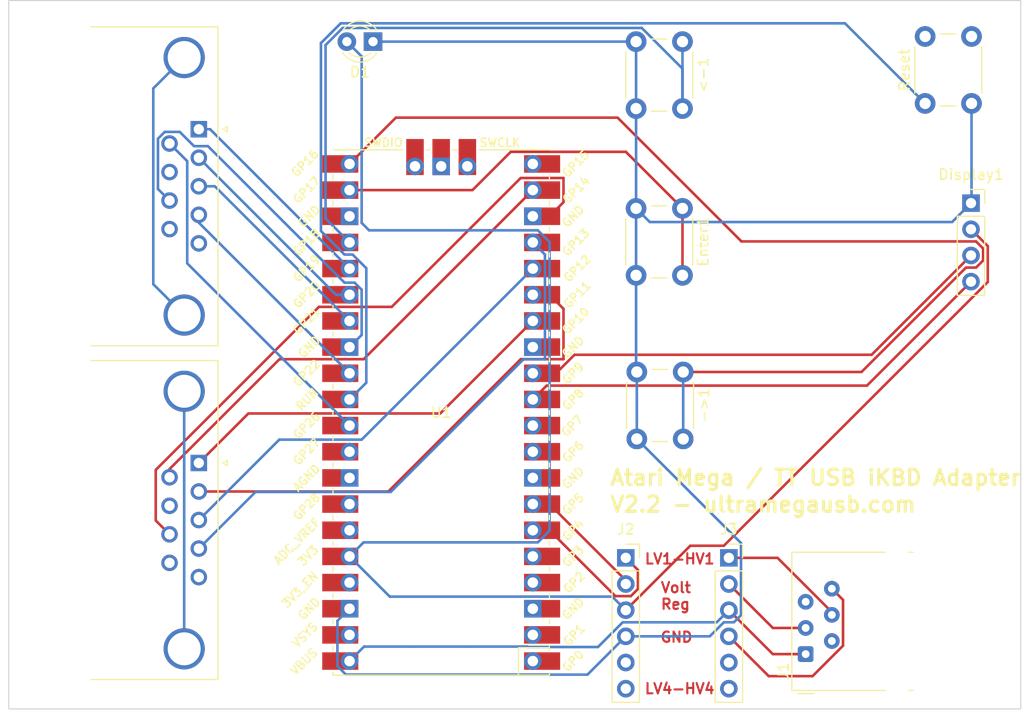
<source format=kicad_pcb>
(kicad_pcb (version 20241229) (generator "pcbnew") (generator_version "9.0")
  (title_block (title "Atari Mega ST / STE Keyboard Adapter") (date "2026-01-01") (rev "2.2") (company "Atari Forever"))
  (layers (0 "F.Cu" signal) (2 "B.Cu" signal) (13 "F.Paste" user) (15 "B.Paste" user) (5 "F.SilkS" user "F.Silkscreen") (7 "B.SilkS" user "B.Silkscreen") (1 "F.Mask" user) (3 "B.Mask" user) (25 "Edge.Cuts" user))
  (net 0 "")
  (net 3 "Net-(D1-K)")
  (net 4 "Net-(D1-A)")
  (net 5 "Net-(Display1-Pin_3)")
  (net 6 "Net-(Display1-Pin_4)")
  (net 7 "Net-(J3-Pin_3)")
  (net 8 "Net-(J3-Pin_2)")
  (net 9 "Net-(J3-Pin_1)")
  (net 10 "Net-(J3-Pin_4)")
  (net 11 "Net-(J2-Pin_1)")
  (net 12 "Net-(J2-Pin_2)")
  (net 16 "unconnected-(Joystick0-PAD-Pad0)")
  (net 17 "Net-(U1-GPIO19)")
  (net 18 "Net-(U1-GPIO20)")
  (net 19 "Net-(U1-GPIO21)")
  (net 20 "Net-(U1-GPIO22)")
  (net 24 "Net-(U1-GPIO10)")
  (net 25 "Net-(U1-GPIO18)")
  (net 26 "Net-(U1-GPIO17)")
  (net 28 "Net-(U1-GPIO16)")
  (net 29 "Net-(U1-GPIO26_ADC0)")
  (net 31 "Net-(Joystick0-Pad8)")
  (net 33 "unconnected-(Joystick1-PAD-Pad0)")
  (net 34 "Net-(U1-RUN)")
  (net 35 "Net-(U1-GPIO11)")
  (net 40 "Net-(U1-GPIO12)")
  (net 42 "Net-(U1-GPIO13)")
  (net 47 "Net-(U1-GPIO14)")
  (net 49 "Net-(Joystick1-Pad8)")
  (footprint "Connector_Dsub:DSUB-9_Male_Horizontal_P2.77x2.84mm_EdgePinOffset7.70mm_Housed_MountingHolesOffset9.12mm" (layer "F.Cu") (at 111.84 72.505 -90)
    (property "Reference" "Joystick0" (hide yes))
    (property "Value" "DE9_Receptacle_MountingHoles")
    (fp_line (start -9.945 10.48) (end -9.945 -1.86) (stroke (width 0.12)) (layer "F.SilkS"))
    (fp_line (start -9.945 -1.86) (end 21.025 -1.86) (stroke (width 0.12)) (layer "F.SilkS"))
    (fp_line (start 21.025 -1.86) (end 21.025 10.48) (stroke (width 0.12)) (layer "F.SilkS"))
    (fp_line (start 0 -2.321325) (end -0.25 -2.754338) (stroke (width 0.12)) (layer "F.SilkS"))
    (fp_line (start -0.25 -2.754338) (end 0.25 -2.754338) (stroke (width 0.12)) (layer "F.SilkS"))
    (fp_line (start 0.25 -2.754338) (end 0 -2.321325) (stroke (width 0.12)) (layer "F.SilkS"))
    (pad "0" thru_hole circle (at -6.96 1.42 270) (size 4 4) (drill 3.2) (layers "*.Cu" "*.Mask") (net 16 "unconnected-(Joystick0-PAD-Pad0)"))
    (pad "0" thru_hole circle (at 18.04 1.42 270) (size 4 4) (drill 3.2) (layers "*.Cu" "*.Mask") (net 16 "unconnected-(Joystick0-PAD-Pad0)"))
    (pad "1" thru_hole rect (at 0 0 270) (size 1.6 1.6) (drill 1) (layers "*.Cu" "*.Mask") (net 17 "Net-(U1-GPIO19)"))
    (pad "2" thru_hole circle (at 2.77 0 270) (size 1.6 1.6) (drill 1) (layers "*.Cu" "*.Mask") (net 18 "Net-(U1-GPIO20)"))
    (pad "3" thru_hole circle (at 5.54 0 270) (size 1.6 1.6) (drill 1) (layers "*.Cu" "*.Mask") (net 19 "Net-(U1-GPIO21)"))
    (pad "4" thru_hole circle (at 8.31 0 270) (size 1.6 1.6) (drill 1) (layers "*.Cu" "*.Mask") (net 20 "Net-(U1-GPIO22)"))
    (pad "5" thru_hole circle (at 11.08 0 270) (size 1.6 1.6) (drill 1) (layers "*.Cu" "*.Mask"))
    (pad "6" thru_hole circle (at 1.385 2.84 270) (size 1.6 1.6) (drill 1) (layers "*.Cu" "*.Mask") (net 29 "Net-(U1-GPIO26_ADC0)"))
    (pad "7" thru_hole circle (at 4.155 2.84 270) (size 1.6 1.6) (drill 1) (layers "*.Cu" "*.Mask"))
    (pad "8" thru_hole circle (at 6.925 2.84 270) (size 1.6 1.6) (drill 1) (layers "*.Cu" "*.Mask") (net 31 "Net-(Joystick0-Pad8)"))
    (pad "9" thru_hole circle (at 9.695 2.84 270) (size 1.6 1.6) (drill 1) (layers "*.Cu" "*.Mask"))
  )
  (footprint "Button_Switch_THT:SW_PUSH_6mm" (layer "F.Cu") (at 158.76 80.19 -90)
    (property "Reference" "Enter1" (at 3.25 -2 90) (layer "F.SilkS"))
    (property "Value" "SW_Enter")
    (fp_line (start 1 5.5) (end 5.5 5.5) (stroke (width 0.12)) (layer "F.SilkS"))
    (fp_line (start 6.75 3) (end 6.75 1.5) (stroke (width 0.12)) (layer "F.SilkS"))
    (fp_line (start -0.25 1.5) (end -0.25 3) (stroke (width 0.12)) (layer "F.SilkS"))
    (fp_line (start 5.5 -1) (end 1 -1) (stroke (width 0.12)) (layer "F.SilkS"))
    (pad "1" thru_hole circle (at 0 0) (size 2 2) (drill 1.1) (layers "*.Cu" "*.Mask") (net 26 "Net-(U1-GPIO17)"))
    (pad "1" thru_hole circle (at 6.5 0) (size 2 2) (drill 1.1) (layers "*.Cu" "*.Mask") (net 26 "Net-(U1-GPIO17)"))
    (pad "2" thru_hole circle (at 0 4.5) (size 2 2) (drill 1.1) (layers "*.Cu" "*.Mask") (net 3 "Net-(D1-K)"))
    (pad "2" thru_hole circle (at 6.5 4.5) (size 2 2) (drill 1.1) (layers "*.Cu" "*.Mask") (net 3 "Net-(D1-K)"))
  )
  (footprint "Button_Switch_THT:SW_PUSH_6mm" (layer "F.Cu") (at 182.3 70 90)
    (property "Reference" "Reset" (at 3.25 -2 90) (layer "F.SilkS"))
    (property "Value" "SW_Reset")
    (fp_line (start 5.5 -1) (end 1 -1) (stroke (width 0.12)) (layer "F.SilkS"))
    (fp_line (start -0.25 1.5) (end -0.25 3) (stroke (width 0.12)) (layer "F.SilkS"))
    (fp_line (start 6.75 3) (end 6.75 1.5) (stroke (width 0.12)) (layer "F.SilkS"))
    (fp_line (start 1 5.5) (end 5.5 5.5) (stroke (width 0.12)) (layer "F.SilkS"))
    (pad "1" thru_hole circle (at 0 0 180) (size 2 2) (drill 1.1) (layers "*.Cu" "*.Mask") (net 34 "Net-(U1-RUN)"))
    (pad "1" thru_hole circle (at 6.5 0 180) (size 2 2) (drill 1.1) (layers "*.Cu" "*.Mask") (net 34 "Net-(U1-RUN)"))
    (pad "2" thru_hole circle (at 0 4.5 180) (size 2 2) (drill 1.1) (layers "*.Cu" "*.Mask") (net 3 "Net-(D1-K)"))
    (pad "2" thru_hole circle (at 6.5 4.5 180) (size 2 2) (drill 1.1) (layers "*.Cu" "*.Mask") (net 3 "Net-(D1-K)"))
  )
  (footprint "Connector_PinSocket_2.54mm:PinSocket_1x06_P2.54mm_Vertical" (layer "F.Cu") (at 163.26 114.114812)
    (property "Reference" "J3" (at 0 -2.77 0) (layer "F.SilkS"))
    (property "Value" "Conn_01x06_MountingPin")
    (fp_line (start -1.33 1.27) (end -1.33 14.03) (stroke (width 0.12)) (layer "F.SilkS"))
    (fp_line (start -1.33 1.27) (end 1.33 1.27) (stroke (width 0.12)) (layer "F.SilkS"))
    (fp_line (start -1.33 14.03) (end 1.33 14.03) (stroke (width 0.12)) (layer "F.SilkS"))
    (fp_line (start 0 -1.33) (end 1.33 -1.33) (stroke (width 0.12)) (layer "F.SilkS"))
    (fp_line (start 1.33 -1.33) (end 1.33 0) (stroke (width 0.12)) (layer "F.SilkS"))
    (fp_line (start 1.33 1.27) (end 1.33 14.03) (stroke (width 0.12)) (layer "F.SilkS"))
    (pad "1" thru_hole rect (at 0 0) (size 1.7 1.7) (drill 1) (layers "*.Cu" "*.Mask") (net 9 "Net-(J3-Pin_1)"))
    (pad "2" thru_hole circle (at 0 2.54) (size 1.7 1.7) (drill 1) (layers "*.Cu" "*.Mask") (net 8 "Net-(J3-Pin_2)"))
    (pad "3" thru_hole circle (at 0 5.08) (size 1.7 1.7) (drill 1) (layers "*.Cu" "*.Mask") (net 7 "Net-(J3-Pin_3)"))
    (pad "4" thru_hole circle (at 0 7.62) (size 1.7 1.7) (drill 1) (layers "*.Cu" "*.Mask") (net 10 "Net-(J3-Pin_4)"))
    (pad "5" thru_hole circle (at 0 10.16) (size 1.7 1.7) (drill 1) (layers "*.Cu" "*.Mask"))
    (pad "6" thru_hole circle (at 0 12.7) (size 1.7 1.7) (drill 1) (layers "*.Cu" "*.Mask"))
  )
  (footprint "Connector_PinSocket_2.54mm:PinSocket_1x04_P2.54mm_Vertical" (layer "F.Cu") (at 186.75 79.68)
    (property "Reference" "Display1" (at 0 -2.77 0) (layer "F.SilkS"))
    (property "Value" "Conn_01x04_MountingPin" (hide yes))
    (fp_line (start -1.33 1.27) (end -1.33 8.95) (stroke (width 0.12)) (layer "F.SilkS"))
    (fp_line (start -1.33 1.27) (end 1.33 1.27) (stroke (width 0.12)) (layer "F.SilkS"))
    (fp_line (start -1.33 8.95) (end 1.33 8.95) (stroke (width 0.12)) (layer "F.SilkS"))
    (fp_line (start 0 -1.33) (end 1.33 -1.33) (stroke (width 0.12)) (layer "F.SilkS"))
    (fp_line (start 1.33 -1.33) (end 1.33 0) (stroke (width 0.12)) (layer "F.SilkS"))
    (fp_line (start 1.33 1.27) (end 1.33 8.95) (stroke (width 0.12)) (layer "F.SilkS"))
    (pad "1" thru_hole rect (at 0 0) (size 1.7 1.7) (drill 1) (layers "*.Cu" "*.Mask") (net 3 "Net-(D1-K)"))
    (pad "2" thru_hole oval (at 0 2.54) (size 1.7 1.7) (drill 1) (layers "*.Cu" "*.Mask") (net 4 "Net-(D1-A)"))
    (pad "3" thru_hole oval (at 0 5.08) (size 1.7 1.7) (drill 1) (layers "*.Cu" "*.Mask") (net 5 "Net-(Display1-Pin_3)"))
    (pad "4" thru_hole oval (at 0 7.62) (size 1.7 1.7) (drill 1) (layers "*.Cu" "*.Mask") (net 6 "Net-(Display1-Pin_4)"))
  )
  (footprint "Connector_PinSocket_2.54mm:PinSocket_1x06_P2.54mm_Vertical" (layer "F.Cu") (at 153.26 114.114812)
    (property "Reference" "J2" (at 0 -2.77 0) (layer "F.SilkS"))
    (property "Value" "Conn_01x06_MountingPin")
    (fp_line (start -1.33 1.27) (end -1.33 14.03) (stroke (width 0.12)) (layer "F.SilkS"))
    (fp_line (start -1.33 1.27) (end 1.33 1.27) (stroke (width 0.12)) (layer "F.SilkS"))
    (fp_line (start -1.33 14.03) (end 1.33 14.03) (stroke (width 0.12)) (layer "F.SilkS"))
    (fp_line (start 0 -1.33) (end 1.33 -1.33) (stroke (width 0.12)) (layer "F.SilkS"))
    (fp_line (start 1.33 -1.33) (end 1.33 0) (stroke (width 0.12)) (layer "F.SilkS"))
    (fp_line (start 1.33 1.27) (end 1.33 14.03) (stroke (width 0.12)) (layer "F.SilkS"))
    (pad "1" thru_hole rect (at 0 0) (size 1.7 1.7) (drill 1) (layers "*.Cu" "*.Mask") (net 11 "Net-(J2-Pin_1)"))
    (pad "2" thru_hole circle (at 0 2.54) (size 1.7 1.7) (drill 1) (layers "*.Cu" "*.Mask") (net 12 "Net-(J2-Pin_2)"))
    (pad "3" thru_hole circle (at 0 5.08) (size 1.7 1.7) (drill 1) (layers "*.Cu" "*.Mask") (net 4 "Net-(D1-A)"))
    (pad "4" thru_hole circle (at 0 7.62) (size 1.7 1.7) (drill 1) (layers "*.Cu" "*.Mask") (net 3 "Net-(D1-K)"))
    (pad "5" thru_hole circle (at 0 10.16) (size 1.7 1.7) (drill 1) (layers "*.Cu" "*.Mask"))
    (pad "6" thru_hole circle (at 0 12.7) (size 1.7 1.7) (drill 1) (layers "*.Cu" "*.Mask"))
  )
  (footprint "Raspberry PI Pico:RPi_Pico_SMD_TH" (layer "F.Cu") (at 135.351324 100.005 180)
    (property "Reference" "U1" (at 0 0 0) (layer "F.SilkS"))
    (property "Value" "Pico")
    (fp_line (start 10.5 25.5) (end 3.7 25.5) (stroke (width 0.12)) (layer "F.SilkS"))
    (fp_line (start 10.5 22.7) (end 10.5 23.1) (stroke (width 0.12)) (layer "F.SilkS"))
    (fp_line (start 10.5 20.1) (end 10.5 20.5) (stroke (width 0.12)) (layer "F.SilkS"))
    (fp_line (start 10.5 17.6) (end 10.5 18) (stroke (width 0.12)) (layer "F.SilkS"))
    (fp_line (start 10.5 15.1) (end 10.5 15.5) (stroke (width 0.12)) (layer "F.SilkS"))
    (fp_line (start 10.5 12.5) (end 10.5 12.9) (stroke (width 0.12)) (layer "F.SilkS"))
    (fp_line (start 10.5 10) (end 10.5 10.4) (stroke (width 0.12)) (layer "F.SilkS"))
    (fp_line (start 10.5 7.4) (end 10.5 7.8) (stroke (width 0.12)) (layer "F.SilkS"))
    (fp_line (start 10.5 4.9) (end 10.5 5.3) (stroke (width 0.12)) (layer "F.SilkS"))
    (fp_line (start 10.5 2.3) (end 10.5 2.7) (stroke (width 0.12)) (layer "F.SilkS"))
    (fp_line (start 10.5 -0.2) (end 10.5 0.2) (stroke (width 0.12)) (layer "F.SilkS"))
    (fp_line (start 10.5 -2.7) (end 10.5 -2.3) (stroke (width 0.12)) (layer "F.SilkS"))
    (fp_line (start 10.5 -5.3) (end 10.5 -4.9) (stroke (width 0.12)) (layer "F.SilkS"))
    (fp_line (start 10.5 -7.8) (end 10.5 -7.4) (stroke (width 0.12)) (layer "F.SilkS"))
    (fp_line (start 10.5 -10.4) (end 10.5 -10) (stroke (width 0.12)) (layer "F.SilkS"))
    (fp_line (start 10.5 -12.9) (end 10.5 -12.5) (stroke (width 0.12)) (layer "F.SilkS"))
    (fp_line (start 10.5 -15.4) (end 10.5 -15) (stroke (width 0.12)) (layer "F.SilkS"))
    (fp_line (start 10.5 -18) (end 10.5 -17.6) (stroke (width 0.12)) (layer "F.SilkS"))
    (fp_line (start 10.5 -20.5) (end 10.5 -20.1) (stroke (width 0.12)) (layer "F.SilkS"))
    (fp_line (start 10.5 -23.1) (end 10.5 -22.7) (stroke (width 0.12)) (layer "F.SilkS"))
    (fp_line (start 10.5 -25.5) (end 10.5 -25.2) (stroke (width 0.12)) (layer "F.SilkS"))
    (fp_line (start 1.1 25.5) (end 1.5 25.5) (stroke (width 0.12)) (layer "F.SilkS"))
    (fp_line (start -1.5 25.5) (end -1.1 25.5) (stroke (width 0.12)) (layer "F.SilkS"))
    (fp_line (start -3.7 25.5) (end -10.5 25.5) (stroke (width 0.12)) (layer "F.SilkS"))
    (fp_line (start -7.493 -22.833) (end -7.493 -25.5) (stroke (width 0.12)) (layer "F.SilkS"))
    (fp_line (start -10.5 22.7) (end -10.5 23.1) (stroke (width 0.12)) (layer "F.SilkS"))
    (fp_line (start -10.5 20.1) (end -10.5 20.5) (stroke (width 0.12)) (layer "F.SilkS"))
    (fp_line (start -10.5 17.6) (end -10.5 18) (stroke (width 0.12)) (layer "F.SilkS"))
    (fp_line (start -10.5 15.1) (end -10.5 15.5) (stroke (width 0.12)) (layer "F.SilkS"))
    (fp_line (start -10.5 12.5) (end -10.5 12.9) (stroke (width 0.12)) (layer "F.SilkS"))
    (fp_line (start -10.5 10) (end -10.5 10.4) (stroke (width 0.12)) (layer "F.SilkS"))
    (fp_line (start -10.5 7.4) (end -10.5 7.8) (stroke (width 0.12)) (layer "F.SilkS"))
    (fp_line (start -10.5 4.9) (end -10.5 5.3) (stroke (width 0.12)) (layer "F.SilkS"))
    (fp_line (start -10.5 2.3) (end -10.5 2.7) (stroke (width 0.12)) (layer "F.SilkS"))
    (fp_line (start -10.5 -0.2) (end -10.5 0.2) (stroke (width 0.12)) (layer "F.SilkS"))
    (fp_line (start -10.5 -2.7) (end -10.5 -2.3) (stroke (width 0.12)) (layer "F.SilkS"))
    (fp_line (start -10.5 -5.3) (end -10.5 -4.9) (stroke (width 0.12)) (layer "F.SilkS"))
    (fp_line (start -10.5 -7.8) (end -10.5 -7.4) (stroke (width 0.12)) (layer "F.SilkS"))
    (fp_line (start -10.5 -10.4) (end -10.5 -10) (stroke (width 0.12)) (layer "F.SilkS"))
    (fp_line (start -10.5 -12.9) (end -10.5 -12.5) (stroke (width 0.12)) (layer "F.SilkS"))
    (fp_line (start -10.5 -15.4) (end -10.5 -15) (stroke (width 0.12)) (layer "F.SilkS"))
    (fp_line (start -10.5 -18) (end -10.5 -17.6) (stroke (width 0.12)) (layer "F.SilkS"))
    (fp_line (start -10.5 -20.5) (end -10.5 -20.1) (stroke (width 0.12)) (layer "F.SilkS"))
    (fp_line (start -10.5 -22.833) (end -7.493 -22.833) (stroke (width 0.12)) (layer "F.SilkS"))
    (fp_line (start -10.5 -23.1) (end -10.5 -22.7) (stroke (width 0.12)) (layer "F.SilkS"))
    (fp_line (start -10.5 -25.5) (end 10.5 -25.5) (stroke (width 0.12)) (layer "F.SilkS"))
    (fp_line (start -10.5 -25.5) (end -10.5 -25.2) (stroke (width 0.12)) (layer "F.SilkS"))
    (fp_text user "GP15" (at -13.054 24.13 45) (layer "F.SilkS") (effects (font (size 0.8 0.8))))
    (fp_text user "RUN" (at 13 1.27 45) (layer "F.SilkS") (effects (font (size 0.8 0.8))))
    (fp_text user "GP19" (at 13.054 13.97 45) (layer "F.SilkS") (effects (font (size 0.8 0.8))))
    (fp_text user "VSYS" (at 13.2 -21.59 45) (layer "F.SilkS") (effects (font (size 0.8 0.8))))
    (fp_text user "SWCLK" (at -5.7 26.2 0) (layer "F.SilkS") (effects (font (size 0.8 0.8))))
    (fp_text user "GP10" (at -13.054 8.89 45) (layer "F.SilkS") (effects (font (size 0.8 0.8))))
    (fp_text user "GP5" (at -12.8 -8.89 45) (layer "F.SilkS") (effects (font (size 0.8 0.8))))
    (fp_text user "GND" (at -12.8 6.35 45) (layer "F.SilkS") (effects (font (size 0.8 0.8))))
    (fp_text user "VBUS" (at 13.3 -24.2 45) (layer "F.SilkS") (effects (font (size 0.8 0.8))))
    (fp_text user "GP0" (at -12.8 -24.13 45) (layer "F.SilkS") (effects (font (size 0.8 0.8))))
    (fp_text user "GND" (at -12.8 -19.05 45) (layer "F.SilkS") (effects (font (size 0.8 0.8))))
    (fp_text user "GP11" (at -13.2 11.43 45) (layer "F.SilkS") (effects (font (size 0.8 0.8))))
    (fp_text user "GP17" (at 13.054 21.59 225) (layer "F.SilkS") (effects (font (size 0.8 0.8))))
    (fp_text user "GND" (at 12.8 -19.05 45) (layer "F.SilkS") (effects (font (size 0.8 0.8))))
    (fp_text user "GND" (at -12.8 -6.35 45) (layer "F.SilkS") (effects (font (size 0.8 0.8))))
    (fp_text user "GP26" (at 13.054 -1.27 45) (layer "F.SilkS") (effects (font (size 0.8 0.8))))
    (fp_text user "SWDIO" (at 5.6 26.2 0) (layer "F.SilkS") (effects (font (size 0.8 0.8))))
    (fp_text user "GP9" (at -12.8 3.81 45) (layer "F.SilkS") (effects (font (size 0.8 0.8))))
    (fp_text user "3V3" (at 12.9 -13.9 45) (layer "F.SilkS") (effects (font (size 0.8 0.8))))
    (fp_text user "GP12" (at -13.2 13.97 45) (layer "F.SilkS") (effects (font (size 0.8 0.8))))
    (fp_text user "GP6" (at -12.8 -3.81 45) (layer "F.SilkS") (effects (font (size 0.8 0.8))))
    (fp_text user "GP4" (at -12.8 -11.43 45) (layer "F.SilkS") (effects (font (size 0.8 0.8))))
    (fp_text user "GP14" (at -13.1 21.59 45) (layer "F.SilkS") (effects (font (size 0.8 0.8))))
    (fp_text user "3V3_EN" (at 13.7 -17.2 45) (layer "F.SilkS") (effects (font (size 0.8 0.8))))
    (fp_text user "GP8" (at -12.8 1.27 45) (layer "F.SilkS") (effects (font (size 0.8 0.8))))
    (fp_text user "GP20" (at 13.054 11.43 45) (layer "F.SilkS") (effects (font (size 0.8 0.8))))
    (fp_text user "GND" (at -12.8 19.05 45) (layer "F.SilkS") (effects (font (size 0.8 0.8))))
    (fp_text user "GP16" (at 13.211324 24.2 45) (layer "F.SilkS") (effects (font (size 0.8 0.8))))
    (fp_text user "GP13" (at -13.054 16.51 45) (layer "F.SilkS") (effects (font (size 0.8 0.8))))
    (fp_text user "GP1" (at -12.9 -21.6 45) (layer "F.SilkS") (effects (font (size 0.8 0.8))))
    (fp_text user "GP3" (at -12.8 -13.97 45) (layer "F.SilkS") (effects (font (size 0.8 0.8))))
    (fp_text user "GP18" (at 13.054 16.51 45) (layer "F.SilkS") (effects (font (size 0.8 0.8))))
    (fp_text user "GND" (at 12.8 6.35 45) (layer "F.SilkS") (effects (font (size 0.8 0.8))))
    (fp_text user "GP28" (at 13.054 -9.144 45) (layer "F.SilkS") (effects (font (size 0.8 0.8))))
    (fp_text user "GP27" (at 13.054 -3.8 45) (layer "F.SilkS") (effects (font (size 0.8 0.8))))
    (fp_text user "GP22" (at 13.054 3.81 45) (layer "F.SilkS") (effects (font (size 0.8 0.8))))
    (fp_text user "GP2" (at -12.9 -16.51 45) (layer "F.SilkS") (effects (font (size 0.8 0.8))))
    (fp_text user "GP7" (at -12.7 -1.3 45) (layer "F.SilkS") (effects (font (size 0.8 0.8))))
    (fp_text user "GND" (at 12.8 19.05 45) (layer "F.SilkS") (effects (font (size 0.8 0.8))))
    (fp_text user "AGND" (at 13.054 -6.35 45) (layer "F.SilkS") (effects (font (size 0.8 0.8))))
    (fp_text user "GP21" (at 13.054 8.9 45) (layer "F.SilkS") (effects (font (size 0.8 0.8))))
    (pad "" np_thru_hole oval (at -2.725 -24 180) (size 1.8 1.8) (drill 1.8) (layers "*.Cu" "*.Mask"))
    (pad "" np_thru_hole oval (at -2.425 -20.97 180) (size 1.5 1.5) (drill 1.5) (layers "*.Cu" "*.Mask"))
    (pad "" np_thru_hole oval (at 2.425 -20.97 180) (size 1.5 1.5) (drill 1.5) (layers "*.Cu" "*.Mask"))
    (pad "" np_thru_hole oval (at 2.725 -24 180) (size 1.8 1.8) (drill 1.8) (layers "*.Cu" "*.Mask"))
    (pad "1" thru_hole oval (at -8.89 -24.13 180) (size 1.7 1.7) (drill 1.02) (layers "*.Cu" "*.Mask"))
    (pad "1" smd rect (at -8.89 -24.13 180) (size 3.5 1.7) (drill (offset -0.9 0)) (layers "F.Cu" "F.Mask"))
    (pad "2" thru_hole oval (at -8.89 -21.59 180) (size 1.7 1.7) (drill 1.02) (layers "*.Cu" "*.Mask"))
    (pad "2" smd rect (at -8.89 -21.59 180) (size 3.5 1.7) (drill (offset -0.9 0)) (layers "F.Cu" "F.Mask"))
    (pad "3" thru_hole rect (at -8.89 -19.05 180) (size 1.7 1.7) (drill 1.02) (layers "*.Cu" "*.Mask"))
    (pad "3" smd rect (at -8.89 -19.05 180) (size 3.5 1.7) (drill (offset -0.9 0)) (layers "F.Cu" "F.Mask"))
    (pad "4" thru_hole oval (at -8.89 -16.51 180) (size 1.7 1.7) (drill 1.02) (layers "*.Cu" "*.Mask"))
    (pad "4" smd rect (at -8.89 -16.51 180) (size 3.5 1.7) (drill (offset -0.9 0)) (layers "F.Cu" "F.Mask"))
    (pad "5" thru_hole oval (at -8.89 -13.97 180) (size 1.7 1.7) (drill 1.02) (layers "*.Cu" "*.Mask"))
    (pad "5" smd rect (at -8.89 -13.97 180) (size 3.5 1.7) (drill (offset -0.9 0)) (layers "F.Cu" "F.Mask"))
    (pad "6" thru_hole oval (at -8.89 -11.43 180) (size 1.7 1.7) (drill 1.02) (layers "*.Cu" "*.Mask") (net 11 "Net-(J2-Pin_1)"))
    (pad "6" smd rect (at -8.89 -11.43 180) (size 3.5 1.7) (drill (offset -0.9 0)) (layers "F.Cu" "F.Mask") (net 11 "Net-(J2-Pin_1)"))
    (pad "7" thru_hole oval (at -8.89 -8.89 180) (size 1.7 1.7) (drill 1.02) (layers "*.Cu" "*.Mask") (net 12 "Net-(J2-Pin_2)"))
    (pad "7" smd rect (at -8.89 -8.89 180) (size 3.5 1.7) (drill (offset -0.9 0)) (layers "F.Cu" "F.Mask") (net 12 "Net-(J2-Pin_2)"))
    (pad "8" thru_hole rect (at -8.89 -6.35 180) (size 1.7 1.7) (drill 1.02) (layers "*.Cu" "*.Mask"))
    (pad "8" smd rect (at -8.89 -6.35 180) (size 3.5 1.7) (drill (offset -0.9 0)) (layers "F.Cu" "F.Mask"))
    (pad "9" thru_hole oval (at -8.89 -3.81 180) (size 1.7 1.7) (drill 1.02) (layers "*.Cu" "*.Mask"))
    (pad "9" smd rect (at -8.89 -3.81 180) (size 3.5 1.7) (drill (offset -0.9 0)) (layers "F.Cu" "F.Mask"))
    (pad "10" thru_hole oval (at -8.89 -1.27 180) (size 1.7 1.7) (drill 1.02) (layers "*.Cu" "*.Mask"))
    (pad "10" smd rect (at -8.89 -1.27 180) (size 3.5 1.7) (drill (offset -0.9 0)) (layers "F.Cu" "F.Mask"))
    (pad "11" thru_hole oval (at -8.89 1.27 180) (size 1.7 1.7) (drill 1.02) (layers "*.Cu" "*.Mask") (net 6 "Net-(Display1-Pin_4)"))
    (pad "11" smd rect (at -8.89 1.27 180) (size 3.5 1.7) (drill (offset -0.9 0)) (layers "F.Cu" "F.Mask") (net 6 "Net-(Display1-Pin_4)"))
    (pad "12" thru_hole oval (at -8.89 3.81 180) (size 1.7 1.7) (drill 1.02) (layers "*.Cu" "*.Mask") (net 5 "Net-(Display1-Pin_3)"))
    (pad "12" smd rect (at -8.89 3.81 180) (size 3.5 1.7) (drill (offset -0.9 0)) (layers "F.Cu" "F.Mask") (net 5 "Net-(Display1-Pin_3)"))
    (pad "13" thru_hole rect (at -8.89 6.35 180) (size 1.7 1.7) (drill 1.02) (layers "*.Cu" "*.Mask"))
    (pad "13" smd rect (at -8.89 6.35 180) (size 3.5 1.7) (drill (offset -0.9 0)) (layers "F.Cu" "F.Mask"))
    (pad "14" thru_hole oval (at -8.89 8.89 180) (size 1.7 1.7) (drill 1.02) (layers "*.Cu" "*.Mask") (net 24 "Net-(U1-GPIO10)"))
    (pad "14" smd rect (at -8.89 8.89 180) (size 3.5 1.7) (drill (offset -0.9 0)) (layers "F.Cu" "F.Mask") (net 24 "Net-(U1-GPIO10)"))
    (pad "15" thru_hole oval (at -8.89 11.43 180) (size 1.7 1.7) (drill 1.02) (layers "*.Cu" "*.Mask") (net 35 "Net-(U1-GPIO11)"))
    (pad "15" smd rect (at -8.89 11.43 180) (size 3.5 1.7) (drill (offset -0.9 0)) (layers "F.Cu" "F.Mask") (net 35 "Net-(U1-GPIO11)"))
    (pad "16" thru_hole oval (at -8.89 13.97 180) (size 1.7 1.7) (drill 1.02) (layers "*.Cu" "*.Mask") (net 40 "Net-(U1-GPIO12)"))
    (pad "16" smd rect (at -8.89 13.97 180) (size 3.5 1.7) (drill (offset -0.9 0)) (layers "F.Cu" "F.Mask") (net 40 "Net-(U1-GPIO12)"))
    (pad "17" thru_hole oval (at -8.89 16.51 180) (size 1.7 1.7) (drill 1.02) (layers "*.Cu" "*.Mask") (net 42 "Net-(U1-GPIO13)"))
    (pad "17" smd rect (at -8.89 16.51 180) (size 3.5 1.7) (drill (offset -0.9 0)) (layers "F.Cu" "F.Mask") (net 42 "Net-(U1-GPIO13)"))
    (pad "18" thru_hole rect (at -8.89 19.05 180) (size 1.7 1.7) (drill 1.02) (layers "*.Cu" "*.Mask") (net 49 "Net-(Joystick1-Pad8)"))
    (pad "18" smd rect (at -8.89 19.05 180) (size 3.5 1.7) (drill (offset -0.9 0)) (layers "F.Cu" "F.Mask") (net 49 "Net-(Joystick1-Pad8)"))
    (pad "19" thru_hole oval (at -8.89 21.59 180) (size 1.7 1.7) (drill 1.02) (layers "*.Cu" "*.Mask") (net 47 "Net-(U1-GPIO14)"))
    (pad "19" smd rect (at -8.89 21.59 180) (size 3.5 1.7) (drill (offset -0.9 0)) (layers "F.Cu" "F.Mask") (net 47 "Net-(U1-GPIO14)"))
    (pad "20" thru_hole oval (at -8.89 24.13 180) (size 1.7 1.7) (drill 1.02) (layers "*.Cu" "*.Mask"))
    (pad "20" smd rect (at -8.89 24.13 180) (size 3.5 1.7) (drill (offset -0.9 0)) (layers "F.Cu" "F.Mask"))
    (pad "21" thru_hole oval (at 8.89 24.13 180) (size 1.7 1.7) (drill 1.02) (layers "*.Cu" "*.Mask") (net 28 "Net-(U1-GPIO16)"))
    (pad "21" smd rect (at 8.89 24.13 180) (size 3.5 1.7) (drill (offset 0.9 0)) (layers "F.Cu" "F.Mask") (net 28 "Net-(U1-GPIO16)"))
    (pad "22" thru_hole oval (at 8.89 21.59 180) (size 1.7 1.7) (drill 1.02) (layers "*.Cu" "*.Mask") (net 26 "Net-(U1-GPIO17)"))
    (pad "22" smd rect (at 8.89 21.59 180) (size 3.5 1.7) (drill (offset 0.9 0)) (layers "F.Cu" "F.Mask") (net 26 "Net-(U1-GPIO17)"))
    (pad "23" thru_hole rect (at 8.89 19.05 180) (size 1.7 1.7) (drill 1.02) (layers "*.Cu" "*.Mask"))
    (pad "23" smd rect (at 8.89 19.05 180) (size 3.5 1.7) (drill (offset 0.9 0)) (layers "F.Cu" "F.Mask"))
    (pad "24" thru_hole oval (at 8.89 16.51 180) (size 1.7 1.7) (drill 1.02) (layers "*.Cu" "*.Mask") (net 25 "Net-(U1-GPIO18)"))
    (pad "24" smd rect (at 8.89 16.51 180) (size 3.5 1.7) (drill (offset 0.9 0)) (layers "F.Cu" "F.Mask") (net 25 "Net-(U1-GPIO18)"))
    (pad "25" thru_hole oval (at 8.89 13.97 180) (size 1.7 1.7) (drill 1.02) (layers "*.Cu" "*.Mask") (net 17 "Net-(U1-GPIO19)"))
    (pad "25" smd rect (at 8.89 13.97 180) (size 3.5 1.7) (drill (offset 0.9 0)) (layers "F.Cu" "F.Mask") (net 17 "Net-(U1-GPIO19)"))
    (pad "26" thru_hole oval (at 8.89 11.43 180) (size 1.7 1.7) (drill 1.02) (layers "*.Cu" "*.Mask") (net 18 "Net-(U1-GPIO20)"))
    (pad "26" smd rect (at 8.89 11.43 180) (size 3.5 1.7) (drill (offset 0.9 0)) (layers "F.Cu" "F.Mask") (net 18 "Net-(U1-GPIO20)"))
    (pad "27" thru_hole oval (at 8.89 8.89 180) (size 1.7 1.7) (drill 1.02) (layers "*.Cu" "*.Mask") (net 19 "Net-(U1-GPIO21)"))
    (pad "27" smd rect (at 8.89 8.89 180) (size 3.5 1.7) (drill (offset 0.9 0)) (layers "F.Cu" "F.Mask") (net 19 "Net-(U1-GPIO21)"))
    (pad "28" thru_hole rect (at 8.89 6.35 180) (size 1.7 1.7) (drill 1.02) (layers "*.Cu" "*.Mask") (net 31 "Net-(Joystick0-Pad8)"))
    (pad "28" smd rect (at 8.89 6.35 180) (size 3.5 1.7) (drill (offset 0.9 0)) (layers "F.Cu" "F.Mask") (net 31 "Net-(Joystick0-Pad8)"))
    (pad "29" thru_hole oval (at 8.89 3.81 180) (size 1.7 1.7) (drill 1.02) (layers "*.Cu" "*.Mask") (net 20 "Net-(U1-GPIO22)"))
    (pad "29" smd rect (at 8.89 3.81 180) (size 3.5 1.7) (drill (offset 0.9 0)) (layers "F.Cu" "F.Mask") (net 20 "Net-(U1-GPIO22)"))
    (pad "30" thru_hole oval (at 8.89 1.27 180) (size 1.7 1.7) (drill 1.02) (layers "*.Cu" "*.Mask") (net 34 "Net-(U1-RUN)"))
    (pad "30" smd rect (at 8.89 1.27 180) (size 3.5 1.7) (drill (offset 0.9 0)) (layers "F.Cu" "F.Mask") (net 34 "Net-(U1-RUN)"))
    (pad "31" thru_hole oval (at 8.89 -1.27 180) (size 1.7 1.7) (drill 1.02) (layers "*.Cu" "*.Mask") (net 29 "Net-(U1-GPIO26_ADC0)"))
    (pad "31" smd rect (at 8.89 -1.27 180) (size 3.5 1.7) (drill (offset 0.9 0)) (layers "F.Cu" "F.Mask") (net 29 "Net-(U1-GPIO26_ADC0)"))
    (pad "32" thru_hole oval (at 8.89 -3.81 180) (size 1.7 1.7) (drill 1.02) (layers "*.Cu" "*.Mask"))
    (pad "32" smd rect (at 8.89 -3.81 180) (size 3.5 1.7) (drill (offset 0.9 0)) (layers "F.Cu" "F.Mask"))
    (pad "33" thru_hole rect (at 8.89 -6.35 180) (size 1.7 1.7) (drill 1.02) (layers "*.Cu" "*.Mask"))
    (pad "33" smd rect (at 8.89 -6.35 180) (size 3.5 1.7) (drill (offset 0.9 0)) (layers "F.Cu" "F.Mask"))
    (pad "34" thru_hole oval (at 8.89 -8.89 180) (size 1.7 1.7) (drill 1.02) (layers "*.Cu" "*.Mask"))
    (pad "34" smd rect (at 8.89 -8.89 180) (size 3.5 1.7) (drill (offset 0.9 0)) (layers "F.Cu" "F.Mask"))
    (pad "35" thru_hole oval (at 8.89 -11.43 180) (size 1.7 1.7) (drill 1.02) (layers "*.Cu" "*.Mask"))
    (pad "35" smd rect (at 8.89 -11.43 180) (size 3.5 1.7) (drill (offset 0.9 0)) (layers "F.Cu" "F.Mask"))
    (pad "36" thru_hole oval (at 8.89 -13.97 180) (size 1.7 1.7) (drill 1.02) (layers "*.Cu" "*.Mask") (net 4 "Net-(D1-A)"))
    (pad "36" smd rect (at 8.89 -13.97 180) (size 3.5 1.7) (drill (offset 0.9 0)) (layers "F.Cu" "F.Mask") (net 4 "Net-(D1-A)"))
    (pad "37" thru_hole oval (at 8.89 -16.51 180) (size 1.7 1.7) (drill 1.02) (layers "*.Cu" "*.Mask"))
    (pad "37" smd rect (at 8.89 -16.51 180) (size 3.5 1.7) (drill (offset 0.9 0)) (layers "F.Cu" "F.Mask"))
    (pad "38" thru_hole rect (at 8.89 -19.05 180) (size 1.7 1.7) (drill 1.02) (layers "*.Cu" "*.Mask") (net 3 "Net-(D1-K)"))
    (pad "38" smd rect (at 8.89 -19.05 180) (size 3.5 1.7) (drill (offset 0.9 0)) (layers "F.Cu" "F.Mask") (net 3 "Net-(D1-K)"))
    (pad "39" thru_hole oval (at 8.89 -21.59 180) (size 1.7 1.7) (drill 1.02) (layers "*.Cu" "*.Mask"))
    (pad "39" smd rect (at 8.89 -21.59 180) (size 3.5 1.7) (drill (offset 0.9 0)) (layers "F.Cu" "F.Mask"))
    (pad "40" thru_hole oval (at 8.89 -24.13 180) (size 1.7 1.7) (drill 1.02) (layers "*.Cu" "*.Mask") (net 7 "Net-(J3-Pin_3)"))
    (pad "40" smd rect (at 8.89 -24.13 180) (size 3.5 1.7) (drill (offset 0.9 0)) (layers "F.Cu" "F.Mask") (net 7 "Net-(J3-Pin_3)"))
    (pad "41" thru_hole oval (at -2.54 23.9 180) (size 1.7 1.7) (drill 1.02) (layers "*.Cu" "*.Mask"))
    (pad "41" smd rect (at -2.54 23.9 270) (size 3.5 1.7) (drill (offset -0.9 0)) (layers "F.Cu" "F.Mask"))
    (pad "42" thru_hole rect (at 0 23.9 180) (size 1.7 1.7) (drill 1.02) (layers "*.Cu" "*.Mask"))
    (pad "42" smd rect (at 0 23.9 270) (size 3.5 1.7) (drill (offset -0.9 0)) (layers "F.Cu" "F.Mask"))
    (pad "43" thru_hole oval (at 2.54 23.9 180) (size 1.7 1.7) (drill 1.02) (layers "*.Cu" "*.Mask"))
    (pad "43" smd rect (at 2.54 23.9 270) (size 3.5 1.7) (drill (offset -0.9 0)) (layers "F.Cu" "F.Mask"))
  )
  (footprint "Connector_RJ:RJ12_Amphenol_54601-x06_Horizontal" (layer "F.Cu") (at 170.71 123.46 90)
    (property "Reference" "J1" (at -1.66 -2.16 90) (layer "F.SilkS"))
    (property "Value" "RJ12")
    (fp_line (start 9.89 -1.34) (end 9.89 7.79) (stroke (width 0.12)) (layer "F.SilkS"))
    (fp_line (start -3.53 -1.34) (end 9.89 -1.34) (stroke (width 0.12)) (layer "F.SilkS"))
    (fp_line (start -3.84 0.77) (end -3.84 -0.76) (stroke (width 0.12)) (layer "F.SilkS"))
    (fp_line (start -3.53 7.79) (end -3.53 -1.34) (stroke (width 0.12)) (layer "F.SilkS"))
    (fp_line (start 9.89 10.45) (end 9.89 9.99) (stroke (width 0.12)) (layer "F.SilkS"))
    (fp_line (start -3.53 10.45) (end -3.53 9.99) (stroke (width 0.12)) (layer "F.SilkS"))
    (pad "" np_thru_hole circle (at -1.9 8.89 90) (size 3.25 3.25) (drill 3.25) (layers "*.Cu" "*.Mask"))
    (pad "" np_thru_hole circle (at 8.26 8.89 90) (size 3.25 3.25) (drill 3.25) (layers "*.Cu" "*.Mask"))
    (pad "1" thru_hole roundrect (at 0 0 90) (size 1.52 1.52) (drill 0.76) (layers "*.Cu" "*.Mask") (roundrect_rratio 0.1644736842) (net 7 "Net-(J3-Pin_3)"))
    (pad "2" thru_hole circle (at 1.27 2.54 90) (size 1.52 1.52) (drill 0.76) (layers "*.Cu" "*.Mask"))
    (pad "3" thru_hole circle (at 2.54 0 90) (size 1.52 1.52) (drill 0.76) (layers "*.Cu" "*.Mask") (net 8 "Net-(J3-Pin_2)"))
    (pad "4" thru_hole circle (at 3.81 2.54 90) (size 1.52 1.52) (drill 0.76) (layers "*.Cu" "*.Mask") (net 9 "Net-(J3-Pin_1)"))
    (pad "5" thru_hole circle (at 5.08 0 90) (size 1.52 1.52) (drill 0.76) (layers "*.Cu" "*.Mask"))
    (pad "6" thru_hole circle (at 6.35 2.54 90) (size 1.52 1.52) (drill 0.76) (layers "*.Cu" "*.Mask") (net 10 "Net-(J3-Pin_4)"))
  )
  (footprint "Button_Switch_THT:SW_PUSH_6mm" (layer "F.Cu") (at 158.76 64 -90)
    (property "Reference" "<-1" (at 3.25 -2 90) (layer "F.SilkS"))
    (property "Value" "SW_Left")
    (fp_line (start 1 5.5) (end 5.5 5.5) (stroke (width 0.12)) (layer "F.SilkS"))
    (fp_line (start 6.75 3) (end 6.75 1.5) (stroke (width 0.12)) (layer "F.SilkS"))
    (fp_line (start -0.25 1.5) (end -0.25 3) (stroke (width 0.12)) (layer "F.SilkS"))
    (fp_line (start 5.5 -1) (end 1 -1) (stroke (width 0.12)) (layer "F.SilkS"))
    (pad "1" thru_hole circle (at 0 0) (size 2 2) (drill 1.1) (layers "*.Cu" "*.Mask") (net 25 "Net-(U1-GPIO18)"))
    (pad "1" thru_hole circle (at 6.5 0) (size 2 2) (drill 1.1) (layers "*.Cu" "*.Mask") (net 25 "Net-(U1-GPIO18)"))
    (pad "2" thru_hole circle (at 0 4.5) (size 2 2) (drill 1.1) (layers "*.Cu" "*.Mask") (net 3 "Net-(D1-K)"))
    (pad "2" thru_hole circle (at 6.5 4.5) (size 2 2) (drill 1.1) (layers "*.Cu" "*.Mask") (net 3 "Net-(D1-K)"))
  )
  (footprint "LED_THT:LED_D3.0mm" (layer "F.Cu") (at 128.74 64 180)
    (property "Reference" "D1" (at 1.27 -2.96 0) (layer "F.SilkS"))
    (property "Value" "LED")
    (fp_line (start -0.29 1.08) (end -0.29 1.236) (stroke (width 0.12)) (layer "F.SilkS"))
    (fp_line (start -0.29 -1.236) (end -0.29 -1.08) (stroke (width 0.12)) (layer "F.SilkS"))
    (fp_arc (start 2.941437 1.08) (mid 1.36566 1.987699) (end -0.29 1.235516) (stroke (width 0.12)) (layer "F.SilkS"))
    (fp_arc (start 2.310961 1.08) (mid 1.27 1.5) (end 0.229039 1.08) (stroke (width 0.12)) (layer "F.SilkS"))
    (fp_arc (start 0.229039 -1.08) (mid 1.27 -1.5) (end 2.310961 -1.08) (stroke (width 0.12)) (layer "F.SilkS"))
    (fp_arc (start -0.29 -1.235516) (mid 1.36566 -1.987699) (end 2.941437 -1.08) (stroke (width 0.12)) (layer "F.SilkS"))
    (pad "1" thru_hole rect (at 0 0 180) (size 1.8 1.8) (drill 0.9) (layers "*.Cu" "*.Mask") (net 3 "Net-(D1-K)"))
    (pad "2" thru_hole circle (at 2.54 0 180) (size 1.8 1.8) (drill 0.9) (layers "*.Cu" "*.Mask") (net 4 "Net-(D1-A)"))
  )
  (footprint "Connector_Dsub:DSUB-9_Male_Horizontal_P2.77x2.84mm_EdgePinOffset7.70mm_Housed_MountingHolesOffset9.12mm" (layer "F.Cu") (at 111.84 104.905 -90)
    (property "Reference" "Joystick1" (hide yes))
    (property "Value" "DE9_Receptacle_MountingHoles")
    (fp_line (start -9.945 10.48) (end -9.945 -1.86) (stroke (width 0.12)) (layer "F.SilkS"))
    (fp_line (start -9.945 -1.86) (end 21.025 -1.86) (stroke (width 0.12)) (layer "F.SilkS"))
    (fp_line (start 21.025 -1.86) (end 21.025 10.48) (stroke (width 0.12)) (layer "F.SilkS"))
    (fp_line (start 0 -2.321325) (end -0.25 -2.754338) (stroke (width 0.12)) (layer "F.SilkS"))
    (fp_line (start -0.25 -2.754338) (end 0.25 -2.754338) (stroke (width 0.12)) (layer "F.SilkS"))
    (fp_line (start 0.25 -2.754338) (end 0 -2.321325) (stroke (width 0.12)) (layer "F.SilkS"))
    (pad "0" thru_hole circle (at -6.96 1.42 270) (size 4 4) (drill 3.2) (layers "*.Cu" "*.Mask") (net 33 "unconnected-(Joystick1-PAD-Pad0)"))
    (pad "0" thru_hole circle (at 18.04 1.42 270) (size 4 4) (drill 3.2) (layers "*.Cu" "*.Mask") (net 33 "unconnected-(Joystick1-PAD-Pad0)"))
    (pad "1" thru_hole rect (at 0 0 270) (size 1.6 1.6) (drill 1) (layers "*.Cu" "*.Mask") (net 24 "Net-(U1-GPIO10)"))
    (pad "2" thru_hole circle (at 2.77 0 270) (size 1.6 1.6) (drill 1) (layers "*.Cu" "*.Mask") (net 35 "Net-(U1-GPIO11)"))
    (pad "3" thru_hole circle (at 5.54 0 270) (size 1.6 1.6) (drill 1) (layers "*.Cu" "*.Mask") (net 40 "Net-(U1-GPIO12)"))
    (pad "4" thru_hole circle (at 8.31 0 270) (size 1.6 1.6) (drill 1) (layers "*.Cu" "*.Mask") (net 42 "Net-(U1-GPIO13)"))
    (pad "5" thru_hole circle (at 11.08 0 270) (size 1.6 1.6) (drill 1) (layers "*.Cu" "*.Mask"))
    (pad "6" thru_hole circle (at 1.385 2.84 270) (size 1.6 1.6) (drill 1) (layers "*.Cu" "*.Mask") (net 47 "Net-(U1-GPIO14)"))
    (pad "7" thru_hole circle (at 4.155 2.84 270) (size 1.6 1.6) (drill 1) (layers "*.Cu" "*.Mask"))
    (pad "8" thru_hole circle (at 6.925 2.84 270) (size 1.6 1.6) (drill 1) (layers "*.Cu" "*.Mask") (net 49 "Net-(Joystick1-Pad8)"))
    (pad "9" thru_hole circle (at 9.695 2.84 270) (size 1.6 1.6) (drill 1) (layers "*.Cu" "*.Mask"))
  )
  (footprint "Button_Switch_THT:SW_PUSH_6mm" (layer "F.Cu") (at 158.83 96.07 -90)
    (property "Reference" "->1" (at 3.25 -2 90) (layer "F.SilkS"))
    (property "Value" "SW_Right")
    (fp_line (start 1 5.5) (end 5.5 5.5) (stroke (width 0.12)) (layer "F.SilkS"))
    (fp_line (start 6.75 3) (end 6.75 1.5) (stroke (width 0.12)) (layer "F.SilkS"))
    (fp_line (start -0.25 1.5) (end -0.25 3) (stroke (width 0.12)) (layer "F.SilkS"))
    (fp_line (start 5.5 -1) (end 1 -1) (stroke (width 0.12)) (layer "F.SilkS"))
    (pad "1" thru_hole circle (at 0 0) (size 2 2) (drill 1.1) (layers "*.Cu" "*.Mask") (net 28 "Net-(U1-GPIO16)"))
    (pad "1" thru_hole circle (at 6.5 0) (size 2 2) (drill 1.1) (layers "*.Cu" "*.Mask") (net 28 "Net-(U1-GPIO16)"))
    (pad "2" thru_hole circle (at 0 4.5) (size 2 2) (drill 1.1) (layers "*.Cu" "*.Mask") (net 3 "Net-(D1-K)"))
    (pad "2" thru_hole circle (at 6.5 4.5) (size 2 2) (drill 1.1) (layers "*.Cu" "*.Mask") (net 3 "Net-(D1-K)"))
  )
  (gr_rect (start 93.4 60.009654) (end 191.575209 128.776519) (stroke (width 0.1)) (fill no) (layer "Edge.Cuts"))
  (gr_text "LV4-HV4\n" (at 155 127.4 0) (layer "F.Cu") (effects (font (size 1 1) (thickness 0.2) (bold yes)) (justify left bottom)))
  (gr_text "LV1-HV1\n" (at 155 114.8 0) (layer "F.Cu") (effects (font (size 1 1) (thickness 0.2) (bold yes)) (justify left bottom)))
  (gr_text " Volt\n Reg" (at 155.8 119.2 0) (layer "F.Cu") (effects (font (size 1 1) (thickness 0.2) (bold yes)) (justify left bottom)))
  (gr_text "  GND\n" (at 155 122.4 0) (layer "F.Cu") (effects (font (size 1 1) (thickness 0.2) (bold yes)) (justify left bottom)))
  (gr_text "ADC_VREF" (at 121.351324 112.505 45) (layer "F.SilkS") (effects (font (size 0.8 0.8))))
  (gr_text "V2.2 - ultramegausb.com" (at 151.6 109.8 0) (layer "F.SilkS") (effects (font (size 1.5 1.5) (thickness 0.3) (bold yes)) (justify left bottom)))
  (gr_text "Atari Mega / TT USB iKBD Adapter" (at 151.6 107.2 0) (layer "F.SilkS") (effects (font (size 1.5 1.5) (thickness 0.3) (bold yes)) (justify left bottom)))
  (segment (start 186.8 70) (end 186.8 79.63) (width 0.25) (layer "B.Cu") (net 3))
  (segment (start 163.747116 120.370812) (end 162.772884 120.370812) (width 0.25) (layer "B.Cu") (net 3))
  (segment (start 154.26 80.19) (end 154.26 86.69) (width 0.25) (layer "B.Cu") (net 3))
  (segment (start 186.75 79.68) (end 184.914 81.516) (width 0.25) (layer "B.Cu") (net 3))
  (segment (start 154.33 102.57) (end 164.436 112.676) (width 0.25) (layer "B.Cu") (net 3))
  (segment (start 154.26 86.69) (end 154.26 96) (width 0.25) (layer "B.Cu") (net 3))
  (segment (start 164.436 119.681928) (end 163.747116 120.370812) (width 0.25) (layer "B.Cu") (net 3))
  (segment (start 154.26 70.5) (end 154.26 80.19) (width 0.25) (layer "B.Cu") (net 3))
  (segment (start 164.436 112.676) (end 164.436 119.681928) (width 0.25) (layer "B.Cu") (net 3))
  (segment (start 186.8 79.63) (end 186.75 79.68) (width 0.25) (layer "B.Cu") (net 3))
  (segment (start 149.544 125.450812) (end 153.26 121.734812) (width 0.25) (layer "B.Cu") (net 3))
  (segment (start 155.586 81.516) (end 154.26 80.19) (width 0.25) (layer "B.Cu") (net 3))
  (segment (start 125.285324 124.622116) (end 126.11402 125.450812) (width 0.25) (layer "B.Cu") (net 3))
  (segment (start 162.772884 120.370812) (end 161.408884 121.734812) (width 0.25) (layer "B.Cu") (net 3))
  (segment (start 161.408884 121.734812) (end 153.26 121.734812) (width 0.25) (layer "B.Cu") (net 3))
  (segment (start 126.11402 125.450812) (end 149.544 125.450812) (width 0.25) (layer "B.Cu") (net 3))
  (segment (start 154.26 96) (end 154.33 96.07) (width 0.25) (layer "B.Cu") (net 3))
  (segment (start 126.461324 119.055) (end 125.285324 120.231) (width 0.25) (layer "B.Cu") (net 3))
  (segment (start 184.914 81.516) (end 155.586 81.516) (width 0.25) (layer "B.Cu") (net 3))
  (segment (start 128.74 64) (end 154.26 64) (width 0.25) (layer "B.Cu") (net 3))
  (segment (start 125.285324 120.231) (end 125.285324 124.622116) (width 0.25) (layer "B.Cu") (net 3))
  (segment (start 154.33 96.07) (end 154.33 102.57) (width 0.25) (layer "B.Cu") (net 3))
  (segment (start 154.26 64) (end 154.26 70.5) (width 0.25) (layer "B.Cu") (net 3))
  (segment (start 186.75 82.22) (end 188.377 83.847) (width 0.25) (layer "F.Cu") (net 4))
  (segment (start 162.774304 112.938812) (end 159.516 112.938812) (width 0.25) (layer "F.Cu") (net 4))
  (segment (start 188.377 83.847) (end 188.377 87.336116) (width 0.25) (layer "F.Cu") (net 4))
  (segment (start 188.377 87.336116) (end 162.774304 112.938812) (width 0.25) (layer "F.Cu") (net 4))
  (segment (start 159.516 112.938812) (end 153.26 119.194812) (width 0.25) (layer "F.Cu") (net 4))
  (segment (start 151.944188 117.879) (end 153.26 119.194812) (width 0.25) (layer "B.Cu") (net 4))
  (segment (start 126.2 64) (end 127.637324 65.437324) (width 0.25) (layer "B.Cu") (net 4))
  (segment (start 130.365324 117.879) (end 151.944188 117.879) (width 0.25) (layer "B.Cu") (net 4))
  (segment (start 144.72844 112.611) (end 127.825324 112.611) (width 0.25) (layer "B.Cu") (net 4))
  (segment (start 127.825324 112.611) (end 126.461324 113.975) (width 0.25) (layer "B.Cu") (net 4))
  (segment (start 128.355648 82.319) (end 144.72844 82.319) (width 0.25) (layer "B.Cu") (net 4))
  (segment (start 144.72844 82.319) (end 145.868324 83.458884) (width 0.25) (layer "B.Cu") (net 4))
  (segment (start 127.637324 81.600676) (end 128.355648 82.319) (width 0.25) (layer "B.Cu") (net 4))
  (segment (start 145.868324 83.458884) (end 145.868324 111.471116) (width 0.25) (layer "B.Cu") (net 4))
  (segment (start 127.637324 65.437324) (end 127.637324 81.600676) (width 0.25) (layer "B.Cu") (net 4))
  (segment (start 126.461324 113.975) (end 130.365324 117.879) (width 0.25) (layer "B.Cu") (net 4))
  (segment (start 145.868324 111.471116) (end 144.72844 112.611) (width 0.25) (layer "B.Cu") (net 4))
  (segment (start 177.11 94.4) (end 148.286134 94.4) (width 0.25) (layer "F.Cu") (net 5))
  (segment (start 146.491134 96.195) (end 144.241324 96.195) (width 0.25) (layer "F.Cu") (net 5))
  (segment (start 186.75 84.76) (end 177.11 94.4) (width 0.25) (layer "F.Cu") (net 5))
  (segment (start 148.286134 94.4) (end 146.491134 96.195) (width 0.25) (layer "F.Cu") (net 5))
  (segment (start 176.654 97.396) (end 145.580324 97.396) (width 0.25) (layer "F.Cu") (net 6))
  (segment (start 186.75 87.3) (end 176.654 97.396) (width 0.25) (layer "F.Cu") (net 6))
  (segment (start 145.580324 97.396) (end 144.241324 98.735) (width 0.25) (layer "F.Cu") (net 6))
  (segment (start 167.525188 123.46) (end 170.71 123.46) (width 0.25) (layer "F.Cu") (net 7))
  (segment (start 163.26 119.194812) (end 167.525188 123.46) (width 0.25) (layer "F.Cu") (net 7))
  (segment (start 152.960884 120.370812) (end 162.084 120.370812) (width 0.25) (layer "B.Cu") (net 7))
  (segment (start 143.712208 122.729) (end 143.754208 122.771) (width 0.25) (layer "B.Cu") (net 7))
  (segment (start 163.985 119.194812) (end 163.985 119.495118) (width 0.25) (layer "B.Cu") (net 7))
  (segment (start 126.461324 124.135) (end 127.867324 122.729) (width 0.25) (layer "B.Cu") (net 7))
  (segment (start 143.754208 122.771) (end 150.560696 122.771) (width 0.25) (layer "B.Cu") (net 7))
  (segment (start 162.084 120.370812) (end 163.26 119.194812) (width 0.25) (layer "B.Cu") (net 7))
  (segment (start 163.26 119.194812) (end 163.985 119.194812) (width 0.25) (layer "B.Cu") (net 7))
  (segment (start 150.560696 122.771) (end 152.960884 120.370812) (width 0.25) (layer "B.Cu") (net 7))
  (segment (start 127.867324 122.729) (end 143.712208 122.729) (width 0.25) (layer "B.Cu") (net 7))
  (segment (start 167.525188 120.92) (end 170.71 120.92) (width 0.25) (layer "F.Cu") (net 8))
  (segment (start 163.26 116.654812) (end 167.525188 120.92) (width 0.25) (layer "F.Cu") (net 8))
  (segment (start 163.26 114.114812) (end 167.980648 114.114812) (width 0.25) (layer "F.Cu") (net 9))
  (segment (start 167.980648 114.114812) (end 173.25 119.384164) (width 0.25) (layer "F.Cu") (net 9))
  (segment (start 173.25 119.384164) (end 173.25 119.65) (width 0.25) (layer "F.Cu") (net 9))
  (segment (start 163.26 121.734812) (end 167.125188 125.6) (width 0.25) (layer "F.Cu") (net 10))
  (segment (start 174.336 122.639836) (end 174.336 118.196) (width 0.25) (layer "F.Cu") (net 10))
  (segment (start 167.125188 125.6) (end 171.375836 125.6) (width 0.25) (layer "F.Cu") (net 10))
  (segment (start 174.336 118.196) (end 173.25 117.11) (width 0.25) (layer "F.Cu") (net 10))
  (segment (start 171.375836 125.6) (end 174.336 122.639836) (width 0.25) (layer "F.Cu") (net 10))
  (segment (start 145.853324 111.435) (end 144.241324 111.435) (width 0.25) (layer "F.Cu") (net 11))
  (segment (start 152.249136 117.830812) (end 145.853324 111.435) (width 0.25) (layer "F.Cu") (net 11))
  (segment (start 154.436 117.141928) (end 153.747116 117.830812) (width 0.25) (layer "F.Cu") (net 11))
  (segment (start 153.26 114.114812) (end 154.436 115.290812) (width 0.25) (layer "F.Cu") (net 11))
  (segment (start 154.436 115.290812) (end 154.436 117.141928) (width 0.25) (layer "F.Cu") (net 11))
  (segment (start 153.747116 117.830812) (end 152.249136 117.830812) (width 0.25) (layer "F.Cu") (net 11))
  (segment (start 145.853324 108.895) (end 144.241324 108.895) (width 0.25) (layer "F.Cu") (net 12))
  (segment (start 153.26 116.654812) (end 153.26 116.301676) (width 0.25) (layer "F.Cu") (net 12))
  (segment (start 153.26 116.301676) (end 145.853324 108.895) (width 0.25) (layer "F.Cu") (net 12))
  (segment (start 110.42 90.545) (end 107.423 87.548) (width 0.25) (layer "B.Cu") (net 16))
  (segment (start 107.423 68.542) (end 110.42 65.545) (width 0.25) (layer "B.Cu") (net 16))
  (segment (start 107.423 87.548) (end 107.423 68.542) (width 0.25) (layer "B.Cu") (net 16))
  (segment (start 112.931324 72.505) (end 126.461324 86.035) (width 0.25) (layer "B.Cu") (net 17))
  (segment (start 111.84 72.505) (end 112.931324 72.505) (width 0.25) (layer "B.Cu") (net 17))
  (segment (start 111.84 75.275) (end 125.14 88.575) (width 0.25) (layer "B.Cu") (net 18))
  (segment (start 125.14 88.575) (end 126.461324 88.575) (width 0.25) (layer "B.Cu") (net 18))
  (segment (start 111.84 78.045) (end 113.391324 78.045) (width 0.25) (layer "B.Cu") (net 19))
  (segment (start 113.391324 78.045) (end 126.461324 91.115) (width 0.25) (layer "B.Cu") (net 19))
  (segment (start 111.84 81.573676) (end 126.461324 96.195) (width 0.25) (layer "B.Cu") (net 20))
  (segment (start 111.84 80.815) (end 111.84 81.573676) (width 0.25) (layer "B.Cu") (net 20))
  (segment (start 111.84 104.905) (end 116.646 100.099) (width 0.25) (layer "F.Cu") (net 24))
  (segment (start 116.646 100.099) (end 135.257324 100.099) (width 0.25) (layer "F.Cu") (net 24))
  (segment (start 135.257324 100.099) (end 144.241324 91.115) (width 0.25) (layer "F.Cu") (net 24))
  (segment (start 124.136201 64.329973) (end 124.136201 81.169877) (width 0.25) (layer "B.Cu") (net 25))
  (segment (start 125.792174 62.674) (end 124.136201 64.329973) (width 0.25) (layer "B.Cu") (net 25))
  (segment (start 158.76 70.5) (end 158.76 66.624752) (width 0.25) (layer "B.Cu") (net 25))
  (segment (start 158.76 64) (end 158.76 70.5) (width 0.25) (layer "B.Cu") (net 25))
  (segment (start 124.136201 81.169877) (end 126.461324 83.495) (width 0.25) (layer "B.Cu") (net 25))
  (segment (start 158.76 66.624752) (end 154.809248 62.674) (width 0.25) (layer "B.Cu") (net 25))
  (segment (start 154.809248 62.674) (end 125.792174 62.674) (width 0.25) (layer "B.Cu") (net 25))
  (segment (start 138.385 78.415) (end 126.461324 78.415) (width 0.25) (layer "F.Cu") (net 26))
  (segment (start 153.269 74.699) (end 142.101 74.699) (width 0.25) (layer "F.Cu") (net 26))
  (segment (start 142.101 74.699) (end 138.385 78.415) (width 0.25) (layer "F.Cu") (net 26))
  (segment (start 158.76 80.19) (end 153.269 74.699) (width 0.25) (layer "F.Cu") (net 26))
  (segment (start 158.76 80.19) (end 158.76 86.69) (width 0.25) (layer "F.Cu") (net 26))
  (segment (start 187.926 84.084884) (end 187.237116 83.396) (width 0.25) (layer "F.Cu") (net 28))
  (segment (start 164.480752 83.396) (end 152.463752 71.379) (width 0.25) (layer "F.Cu") (net 28))
  (segment (start 187.926 85.247116) (end 187.926 84.084884) (width 0.25) (layer "F.Cu") (net 28))
  (segment (start 158.83 96.07) (end 176.128884 96.07) (width 0.25) (layer "F.Cu") (net 28))
  (segment (start 187.237116 83.396) (end 164.480752 83.396) (width 0.25) (layer "F.Cu") (net 28))
  (segment (start 187.237116 85.936) (end 187.926 85.247116) (width 0.25) (layer "F.Cu") (net 28))
  (segment (start 176.128884 96.07) (end 186.262884 85.936) (width 0.25) (layer "F.Cu") (net 28))
  (segment (start 130.957324 71.379) (end 126.461324 75.875) (width 0.25) (layer "F.Cu") (net 28))
  (segment (start 152.463752 71.379) (end 130.957324 71.379) (width 0.25) (layer "F.Cu") (net 28))
  (segment (start 186.262884 85.936) (end 187.237116 85.936) (width 0.25) (layer "F.Cu") (net 28))
  (segment (start 158.83 102.57) (end 158.83 96.07) (width 0.25) (layer "B.Cu") (net 28))
  (segment (start 110.714 75.604) (end 110.714 85.527676) (width 0.25) (layer "B.Cu") (net 29))
  (segment (start 109 73.89) (end 110.714 75.604) (width 0.25) (layer "B.Cu") (net 29))
  (segment (start 110.714 85.527676) (end 126.461324 101.275) (width 0.25) (layer "B.Cu") (net 29))
  (segment (start 107.874 73.423595) (end 108.533595 72.764) (width 0.25) (layer "B.Cu") (net 31))
  (segment (start 109 79.43) (end 107.874 78.304) (width 0.25) (layer "B.Cu") (net 31))
  (segment (start 126.94844 87.399) (end 127.637324 88.087884) (width 0.25) (layer "B.Cu") (net 31))
  (segment (start 127.637324 92.479) (end 126.461324 93.655) (width 0.25) (layer "B.Cu") (net 31))
  (segment (start 109.988595 72.764) (end 111.373595 74.149) (width 0.25) (layer "B.Cu") (net 31))
  (segment (start 127.637324 88.087884) (end 127.637324 92.479) (width 0.25) (layer "B.Cu") (net 31))
  (segment (start 112.724208 74.149) (end 125.974208 87.399) (width 0.25) (layer "B.Cu") (net 31))
  (segment (start 108.533595 72.764) (end 109.988595 72.764) (width 0.25) (layer "B.Cu") (net 31))
  (segment (start 107.874 78.304) (end 107.874 73.423595) (width 0.25) (layer "B.Cu") (net 31))
  (segment (start 111.373595 74.149) (end 112.724208 74.149) (width 0.25) (layer "B.Cu") (net 31))
  (segment (start 125.974208 87.399) (end 126.94844 87.399) (width 0.25) (layer "B.Cu") (net 31))
  (segment (start 110.42 122.945) (end 110.42 97.945) (width 0.25) (layer "B.Cu") (net 33))
  (segment (start 128.088324 85.998884) (end 128.088324 97.108) (width 0.25) (layer "B.Cu") (net 34))
  (segment (start 174.523 62.223) (end 125.605364 62.223) (width 0.25) (layer "B.Cu") (net 34))
  (segment (start 123.685201 82.381993) (end 125.974208 84.671) (width 0.25) (layer "B.Cu") (net 34))
  (segment (start 126.76044 84.671) (end 128.088324 85.998884) (width 0.25) (layer "B.Cu") (net 34))
  (segment (start 125.605364 62.223) (end 123.685201 64.143163) (width 0.25) (layer "B.Cu") (net 34))
  (segment (start 182.3 70) (end 174.523 62.223) (width 0.25) (layer "B.Cu") (net 34))
  (segment (start 125.974208 84.671) (end 126.76044 84.671) (width 0.25) (layer "B.Cu") (net 34))
  (segment (start 123.685201 64.143163) (end 123.685201 82.381993) (width 0.25) (layer "B.Cu") (net 34))
  (segment (start 128.088324 97.108) (end 126.461324 98.735) (width 0.25) (layer "B.Cu") (net 34))
  (segment (start 130.221324 107.675) (end 143.065324 94.831) (width 0.25) (layer "F.Cu") (net 35))
  (segment (start 147.217324 89.939) (end 145.853324 88.575) (width 0.25) (layer "F.Cu") (net 35))
  (segment (start 143.065324 94.831) (end 147.217324 94.831) (width 0.25) (layer "F.Cu") (net 35))
  (segment (start 147.217324 94.831) (end 147.217324 89.939) (width 0.25) (layer "F.Cu") (net 35))
  (segment (start 145.853324 88.575) (end 144.241324 88.575) (width 0.25) (layer "F.Cu") (net 35))
  (segment (start 111.84 107.675) (end 130.221324 107.675) (width 0.25) (layer "F.Cu") (net 35))
  (segment (start 111.84 110.445) (end 119.646 102.639) (width 0.25) (layer "B.Cu") (net 40))
  (segment (start 127.637324 102.639) (end 144.241324 86.035) (width 0.25) (layer "B.Cu") (net 40))
  (segment (start 119.646 102.639) (end 127.637324 102.639) (width 0.25) (layer "B.Cu") (net 40))
  (segment (start 143.343812 94.831) (end 145.417324 94.831) (width 0.25) (layer "B.Cu") (net 42))
  (segment (start 130.455812 107.719) (end 143.343812 94.831) (width 0.25) (layer "B.Cu") (net 42))
  (segment (start 117.336 107.719) (end 130.455812 107.719) (width 0.25) (layer "B.Cu") (net 42))
  (segment (start 145.417324 94.831) (end 145.417324 84.671) (width 0.25) (layer "B.Cu") (net 42))
  (segment (start 145.417324 84.671) (end 144.241324 83.495) (width 0.25) (layer "B.Cu") (net 42))
  (segment (start 111.84 113.215) (end 117.336 107.719) (width 0.25) (layer "B.Cu") (net 42))
  (segment (start 119.662 94.831) (end 127.825324 94.831) (width 0.25) (layer "F.Cu") (net 47))
  (segment (start 127.825324 94.831) (end 144.241324 78.415) (width 0.25) (layer "F.Cu") (net 47))
  (segment (start 109 106.29) (end 109 105.493) (width 0.25) (layer "F.Cu") (net 47))
  (segment (start 109 105.493) (end 119.662 94.831) (width 0.25) (layer "F.Cu") (net 47))
  (segment (start 130.553324 89.751) (end 143.065324 77.239) (width 0.25) (layer "F.Cu") (net 49))
  (segment (start 147.217324 79.591) (end 145.853324 80.955) (width 0.25) (layer "F.Cu") (net 49))
  (segment (start 107.66 110.49) (end 107.66 105.576324) (width 0.25) (layer "F.Cu") (net 49))
  (segment (start 143.065324 77.239) (end 147.217324 77.239) (width 0.25) (layer "F.Cu") (net 49))
  (segment (start 123.485324 89.751) (end 130.553324 89.751) (width 0.25) (layer "F.Cu") (net 49))
  (segment (start 145.853324 80.955) (end 144.241324 80.955) (width 0.25) (layer "F.Cu") (net 49))
  (segment (start 109 111.83) (end 107.66 110.49) (width 0.25) (layer "F.Cu") (net 49))
  (segment (start 147.217324 77.239) (end 147.217324 79.591) (width 0.25) (layer "F.Cu") (net 49))
  (segment (start 107.66 105.576324) (end 123.485324 89.751) (width 0.25) (layer "F.Cu") (net 49))
)
</source>
